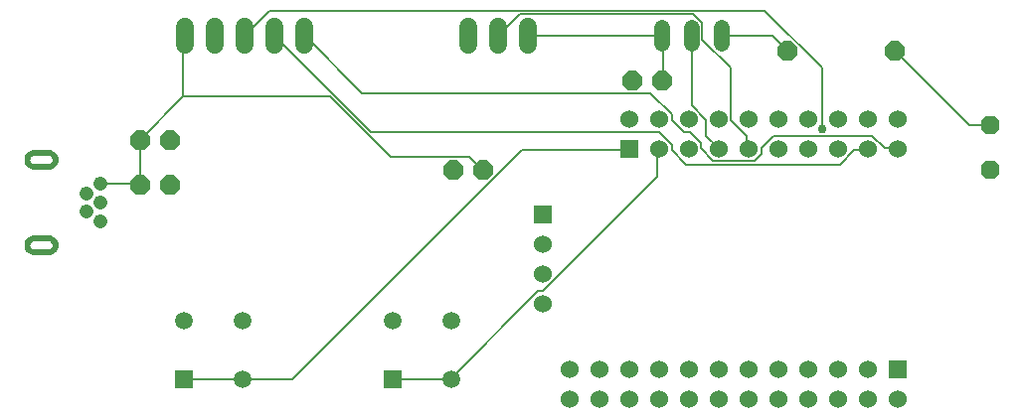
<source format=gbr>
G04 EAGLE Gerber RS-274X export*
G75*
%MOMM*%
%FSLAX34Y34*%
%LPD*%
%INTop Copper*%
%IPPOS*%
%AMOC8*
5,1,8,0,0,1.08239X$1,22.5*%
G01*
%ADD10C,1.208000*%
%ADD11R,0.100000X0.100000*%
%ADD12C,1.524000*%
%ADD13R,1.524000X1.524000*%
%ADD14C,1.524000*%
%ADD15R,1.508000X1.508000*%
%ADD16C,1.508000*%
%ADD17P,1.814519X8X22.500000*%
%ADD18P,1.814519X8X202.500000*%
%ADD19C,1.320800*%
%ADD20P,1.732040X8X22.500000*%
%ADD21C,0.152400*%
%ADD22C,0.756400*%

G36*
X23780Y228655D02*
X23780Y228655D01*
X25439Y228819D01*
X25440Y228819D01*
X27034Y229303D01*
X27035Y229303D01*
X28505Y230088D01*
X28505Y230089D01*
X29793Y231146D01*
X29794Y231147D01*
X30851Y232435D01*
X30852Y232435D01*
X31637Y233905D01*
X31637Y233906D01*
X31638Y233906D01*
X32121Y235500D01*
X32121Y235501D01*
X32285Y237160D01*
X32284Y237160D01*
X32285Y237160D01*
X32121Y238819D01*
X32121Y238820D01*
X31638Y240414D01*
X31637Y240415D01*
X30852Y241885D01*
X30851Y241885D01*
X29794Y243173D01*
X29793Y243174D01*
X28505Y244231D01*
X28505Y244232D01*
X27035Y245017D01*
X27034Y245017D01*
X27034Y245018D01*
X25440Y245501D01*
X25439Y245501D01*
X23780Y245665D01*
X11780Y245665D01*
X10121Y245501D01*
X10120Y245501D01*
X8526Y245018D01*
X8525Y245017D01*
X7055Y244232D01*
X7055Y244231D01*
X5767Y243174D01*
X5767Y243173D01*
X5766Y243173D01*
X4709Y241885D01*
X4708Y241885D01*
X3923Y240415D01*
X3923Y240414D01*
X3439Y238820D01*
X3439Y238819D01*
X3275Y237160D01*
X3276Y237160D01*
X3275Y237160D01*
X3439Y235501D01*
X3439Y235500D01*
X3923Y233906D01*
X3923Y233905D01*
X4708Y232435D01*
X4709Y232435D01*
X5766Y231147D01*
X5767Y231147D01*
X5767Y231146D01*
X7055Y230089D01*
X7055Y230088D01*
X8525Y229303D01*
X8526Y229303D01*
X10120Y228819D01*
X10121Y228819D01*
X11780Y228655D01*
X23780Y228655D01*
X23780Y228655D01*
G37*
G36*
X23780Y155655D02*
X23780Y155655D01*
X25439Y155819D01*
X25440Y155819D01*
X27034Y156303D01*
X27035Y156303D01*
X28505Y157088D01*
X28505Y157089D01*
X29793Y158146D01*
X29794Y158147D01*
X30851Y159435D01*
X30852Y159435D01*
X31637Y160905D01*
X31637Y160906D01*
X31638Y160906D01*
X32121Y162500D01*
X32121Y162501D01*
X32285Y164160D01*
X32284Y164160D01*
X32285Y164160D01*
X32121Y165819D01*
X32121Y165820D01*
X31638Y167414D01*
X31637Y167415D01*
X30852Y168885D01*
X30851Y168885D01*
X29794Y170173D01*
X29793Y170174D01*
X28505Y171231D01*
X28505Y171232D01*
X27035Y172017D01*
X27034Y172017D01*
X27034Y172018D01*
X25440Y172501D01*
X25439Y172501D01*
X23780Y172665D01*
X11780Y172665D01*
X10121Y172501D01*
X10120Y172501D01*
X8526Y172018D01*
X8525Y172017D01*
X7055Y171232D01*
X7055Y171231D01*
X5767Y170174D01*
X5767Y170173D01*
X5766Y170173D01*
X4709Y168885D01*
X4708Y168885D01*
X3923Y167415D01*
X3923Y167414D01*
X3439Y165820D01*
X3439Y165819D01*
X3275Y164160D01*
X3276Y164160D01*
X3275Y164160D01*
X3439Y162501D01*
X3439Y162500D01*
X3923Y160906D01*
X3923Y160905D01*
X4708Y159435D01*
X4709Y159435D01*
X5766Y158147D01*
X5767Y158147D01*
X5767Y158146D01*
X7055Y157089D01*
X7055Y157088D01*
X8525Y156303D01*
X8526Y156303D01*
X10120Y155819D01*
X10121Y155819D01*
X11780Y155655D01*
X23780Y155655D01*
X23780Y155655D01*
G37*
%LPC*%
G36*
X11780Y233665D02*
X11780Y233665D01*
X11002Y233752D01*
X10264Y234011D01*
X9601Y234427D01*
X9047Y234981D01*
X8631Y235644D01*
X8372Y236382D01*
X8285Y237160D01*
X8372Y237938D01*
X8631Y238676D01*
X9047Y239339D01*
X9601Y239893D01*
X10264Y240309D01*
X11002Y240568D01*
X11780Y240655D01*
X23780Y240655D01*
X24558Y240568D01*
X25296Y240309D01*
X25959Y239893D01*
X26513Y239339D01*
X26929Y238676D01*
X27188Y237938D01*
X27275Y237160D01*
X27188Y236382D01*
X26929Y235644D01*
X26513Y234981D01*
X25959Y234427D01*
X25296Y234011D01*
X24558Y233752D01*
X23780Y233665D01*
X11780Y233665D01*
G37*
%LPD*%
%LPC*%
G36*
X11002Y160752D02*
X11002Y160752D01*
X10264Y161011D01*
X9601Y161427D01*
X9047Y161981D01*
X8631Y162644D01*
X8372Y163382D01*
X8285Y164160D01*
X8372Y164938D01*
X8631Y165676D01*
X9047Y166339D01*
X9601Y166893D01*
X10264Y167309D01*
X11002Y167568D01*
X11780Y167655D01*
X23780Y167655D01*
X24558Y167568D01*
X25296Y167309D01*
X25959Y166893D01*
X26513Y166339D01*
X26929Y165676D01*
X27188Y164938D01*
X27275Y164160D01*
X27188Y163382D01*
X26929Y162644D01*
X26513Y161981D01*
X25959Y161427D01*
X25296Y161011D01*
X24558Y160752D01*
X23780Y160665D01*
X11780Y160665D01*
X11002Y160752D01*
G37*
%LPD*%
D10*
X68280Y200660D03*
X68280Y184660D03*
X56280Y208660D03*
X56280Y192660D03*
X68280Y216660D03*
D11*
X30480Y162560D03*
X30480Y238760D03*
D12*
X381000Y335280D02*
X381000Y350520D01*
X406400Y350520D02*
X406400Y335280D01*
X431800Y335280D02*
X431800Y350520D01*
D13*
X444500Y190500D03*
D14*
X444500Y165100D03*
X444500Y139700D03*
X444500Y114300D03*
D13*
X518160Y246380D03*
D14*
X518160Y271780D03*
X543560Y246380D03*
X543560Y271780D03*
X568960Y246380D03*
X568960Y271780D03*
X594360Y246380D03*
X594360Y271780D03*
X619760Y246380D03*
X619760Y271780D03*
X645160Y246380D03*
X645160Y271780D03*
X670560Y246380D03*
X670560Y271780D03*
X695960Y246380D03*
X695960Y271780D03*
X721360Y246380D03*
X721360Y271780D03*
X746760Y246380D03*
X746760Y271780D03*
D13*
X746760Y58420D03*
D14*
X746760Y33020D03*
X721360Y58420D03*
X721360Y33020D03*
X695960Y58420D03*
X695960Y33020D03*
X670560Y58420D03*
X670560Y33020D03*
X645160Y58420D03*
X645160Y33020D03*
X619760Y58420D03*
X619760Y33020D03*
X594360Y58420D03*
X594360Y33020D03*
X568960Y58420D03*
X568960Y33020D03*
X543560Y58420D03*
X543560Y33020D03*
X518160Y58420D03*
X518160Y33020D03*
X492760Y58420D03*
X492760Y33020D03*
X467360Y58420D03*
X467360Y33020D03*
D15*
X138900Y50000D03*
D16*
X188900Y50000D03*
X188900Y100000D03*
X138900Y100000D03*
D15*
X316700Y50000D03*
D16*
X366700Y50000D03*
X366700Y100000D03*
X316700Y100000D03*
D17*
X101600Y215900D03*
X127000Y215900D03*
X101600Y254000D03*
X127000Y254000D03*
D18*
X546100Y304800D03*
X520700Y304800D03*
X393700Y228600D03*
X368300Y228600D03*
D12*
X139700Y335280D02*
X139700Y350520D01*
X165100Y350520D02*
X165100Y335280D01*
X190500Y335280D02*
X190500Y350520D01*
X215900Y350520D02*
X215900Y335280D01*
X241300Y335280D02*
X241300Y350520D01*
D19*
X596900Y349504D02*
X596900Y336296D01*
X546100Y336296D02*
X546100Y349504D01*
X571500Y349504D02*
X571500Y336296D01*
D20*
X825500Y266700D03*
X825500Y228600D03*
D18*
X744220Y330200D03*
X652780Y330200D03*
D21*
X736092Y246888D02*
X746760Y246888D01*
X736092Y246888D02*
X725424Y257556D01*
X641604Y257556D01*
X630936Y246888D01*
X630936Y242316D01*
X624840Y236220D01*
X589788Y236220D01*
X579120Y246888D01*
X579120Y251460D01*
X569976Y260604D01*
X565404Y260604D01*
X554736Y271272D01*
X554736Y275844D01*
X536448Y294132D01*
X291084Y294132D01*
X242316Y342900D01*
X746760Y246888D02*
X746760Y246380D01*
X242316Y342900D02*
X241300Y342900D01*
X710184Y245364D02*
X720852Y245364D01*
X710184Y245364D02*
X697992Y233172D01*
X566928Y233172D01*
X554736Y245364D01*
X554736Y249936D01*
X544068Y260604D01*
X298704Y260604D01*
X216408Y342900D01*
X720852Y245364D02*
X721360Y246380D01*
X216408Y342900D02*
X215900Y342900D01*
X682752Y315468D02*
X682752Y263652D01*
X682752Y315468D02*
X633984Y364236D01*
X211836Y364236D01*
X190500Y342900D01*
D22*
X682752Y263652D03*
D21*
X100584Y216408D02*
X68580Y216408D01*
X68280Y216660D01*
X100584Y216408D02*
X101600Y215900D01*
X138684Y291084D02*
X138684Y342900D01*
X138684Y291084D02*
X101600Y254000D01*
X138684Y342900D02*
X139700Y342900D01*
X102108Y252984D02*
X102108Y216408D01*
X101600Y215900D01*
X102108Y252984D02*
X101600Y254000D01*
X547116Y304800D02*
X547116Y342900D01*
X546100Y342900D01*
X546100Y304800D02*
X547116Y304800D01*
X546100Y342900D02*
X431800Y342900D01*
X263652Y291084D02*
X138684Y291084D01*
X263652Y291084D02*
X315468Y239268D01*
X382524Y239268D01*
X393192Y228600D01*
X393700Y228600D01*
X618744Y246888D02*
X618744Y257556D01*
X605028Y271272D01*
X605028Y315468D01*
X580644Y339852D01*
X580644Y353568D01*
X573024Y361188D01*
X425196Y361188D01*
X406908Y342900D01*
X618744Y246888D02*
X619760Y246380D01*
X406908Y342900D02*
X406400Y342900D01*
X571500Y342900D02*
X571500Y283464D01*
X583692Y271272D01*
X583692Y257556D01*
X594360Y246888D01*
X594360Y246380D01*
X187452Y50292D02*
X140208Y50292D01*
X138900Y50000D01*
X187452Y50292D02*
X188900Y50000D01*
X426720Y245364D02*
X518160Y245364D01*
X426720Y245364D02*
X231648Y50292D01*
X188976Y50292D01*
X518160Y245364D02*
X518160Y246380D01*
X188976Y50292D02*
X188900Y50000D01*
X316992Y50292D02*
X365760Y50292D01*
X316992Y50292D02*
X316700Y50000D01*
X542544Y222504D02*
X542544Y245364D01*
X542544Y222504D02*
X445008Y124968D01*
X440436Y124968D01*
X365760Y50292D01*
X542544Y245364D02*
X543560Y246380D01*
X366700Y50000D02*
X365760Y50292D01*
X596900Y342900D02*
X640080Y342900D01*
X652780Y330200D01*
X807720Y266700D02*
X825500Y266700D01*
X807720Y266700D02*
X744220Y330200D01*
M02*

</source>
